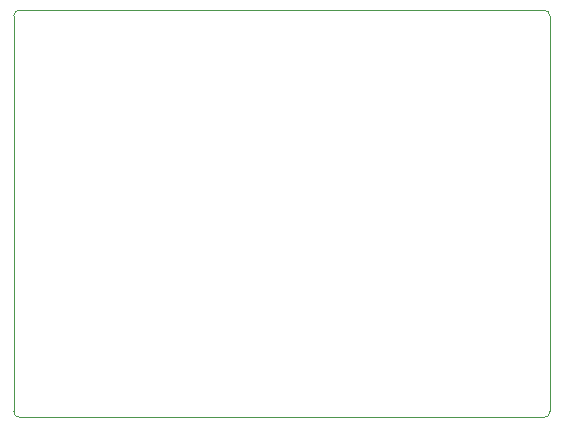
<source format=gbr>
%TF.GenerationSoftware,KiCad,Pcbnew,8.0.6*%
%TF.CreationDate,2024-12-06T19:29:04-08:00*%
%TF.ProjectId,ohmnote,6f686d6e-6f74-4652-9e6b-696361645f70,rev?*%
%TF.SameCoordinates,Original*%
%TF.FileFunction,Profile,NP*%
%FSLAX46Y46*%
G04 Gerber Fmt 4.6, Leading zero omitted, Abs format (unit mm)*
G04 Created by KiCad (PCBNEW 8.0.6) date 2024-12-06 19:29:04*
%MOMM*%
%LPD*%
G01*
G04 APERTURE LIST*
%TA.AperFunction,Profile*%
%ADD10C,0.050000*%
%TD*%
G04 APERTURE END LIST*
D10*
X126708000Y-109200000D02*
G75*
G02*
X126200000Y-108692000I0J508000D01*
G01*
X171092000Y-74700000D02*
G75*
G02*
X171600000Y-75208000I0J-508000D01*
G01*
X171600000Y-75208000D02*
X171600000Y-108692000D01*
X126200000Y-108692000D02*
X126200000Y-75208000D01*
X171600000Y-108692000D02*
G75*
G02*
X171092000Y-109200000I-508000J0D01*
G01*
X126200000Y-75208000D02*
G75*
G02*
X126708000Y-74700000I508000J0D01*
G01*
X171092000Y-109200000D02*
X126708000Y-109200000D01*
X126708000Y-74700000D02*
X171092000Y-74700000D01*
M02*

</source>
